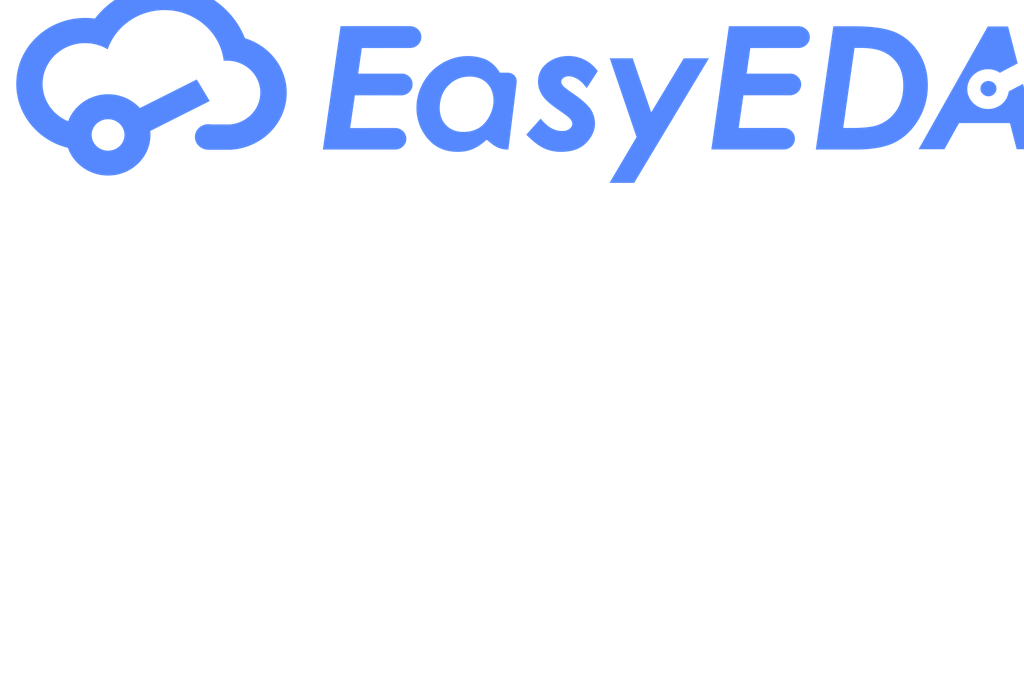
<source format=kicad_sch>
(kicad_sch (version 20250114) (generator "eeschema") (generator_version "9.0")
  (paper "User" 37.1856 7.1882)
  (lib_symbols
    (symbol "PLC-easyedapro:Drawing-Symbol_A4")
  )
  (symbol (lib_id "PLC-easyedapro:Drawing-Symbol_A4") (at -124.46 10.16 0) (unit 1)
    (property "Reference" "?" (at -124.46 10.16 0))
    (property "Footprint" "PLC-easyedapro:" (effects (hide yes)))
    (property "@Create Date" "2025-08-29" (at 131.826 -81.28 0))
    (property "@Page Count" "3" (at 155.194 -56.134 0))
    (property "@Page Name" "P1" (at 60.706 -76.2 0))
    (property "@Page No" "1" (at 125.476 -56.134 0))
    (property "@Project Name" "Project Name" (at 108.966 -66.04 0))
    (property "@Schematic Name" "Schematic Name" (at 60.706 -83.82 0))
    (property "@Update Date" "2021.11.05" (at 131.826 -86.36 0))
    (property "Blade Width" "10" (at -124.46 10.16 0))
    (property "Border" "1" (at -124.46 10.16 0))
    (property "Company" "EasyEDA.com" (at 128.778 -48.26 0))
    (property "Height" "825" (at -124.46 10.16 0))
    (property "Page Size" "A4" (at 78.486 -48.26 0))
    (property "Region Start" "1" (at -124.46 10.16 0))
    (property "Title Block" "1" (at -124.46 10.16 0))
    (property "Title Block Position" "3" (at -124.46 10.16 0))
    (property "Version" "V1.0" (at 57.658 -48.26 0))
    (property "Width" "1170" (at -124.46 10.16 0))
    (property "X Region Count" "6" (at -124.46 10.16 0))
    (property "Y Region Count" "4" (at -124.46 10.16 0))
  )
)
</source>
